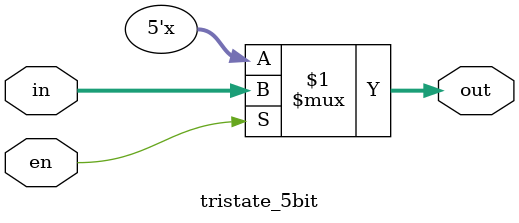
<source format=v>
module tristate_5bit(in,en,out);
	input en;
	input [4:0] in;
	output [4:0] out;
	
	assign out = en ? in : 5'bz;

endmodule
</source>
